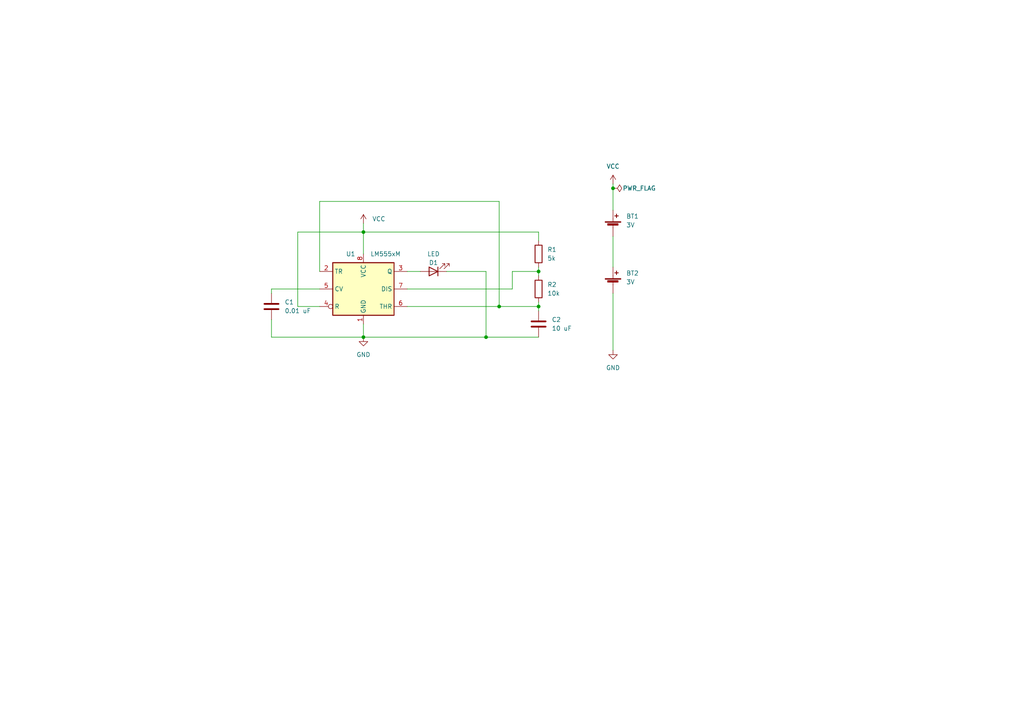
<source format=kicad_sch>
(kicad_sch (version 20211123) (generator eeschema)
  (paper "A4")
  (lib_symbols
    (symbol "Device:Battery_Cell" (pin_numbers hide) (pin_names (offset 0) hide)
      (property "Reference" "BT" (at 2.54 2.54 0))
      (property "Value" "Battery_Cell" (at 2.54 0 0))
      (symbol "Battery_Cell_0_1"
        (rectangle (start -2.286 1.778) (end 2.286 1.524) (fill (type outline)))
        (rectangle (start -1.5748 1.1938) (end 1.4732 0.6858) (fill (type outline)))
        (polyline (pts (xy 0 0.762) (xy 0 0)))
        (polyline (pts (xy 0 1.778) (xy 0 2.54)))
        (polyline (pts (xy 0.508 3.429) (xy 1.524 3.429)) (stroke (width 0.254)))
        (polyline (pts (xy 1.016 3.937) (xy 1.016 2.921)) (stroke (width 0.254)))
      )
      (symbol "Battery_Cell_1_1"
        (pin passive line (at 0 5.08 270) (length 2.54) (name "+") (number "1"))
        (pin passive line (at 0 -2.54 90) (length 2.54) (name "-") (number "2"))
      )
    )
    (symbol "Device:C" (pin_numbers hide) (pin_names (offset 0.254))
      (property "Reference" "C" (at 0.635 2.54 0))
      (property "Value" "C" (at 0.635 -2.54 0))
      (symbol "C_0_1"
        (polyline (pts (xy -2.032 -0.762) (xy 2.032 -0.762)) (stroke (width 0.508)))
        (polyline (pts (xy -2.032 0.762) (xy 2.032 0.762)) (stroke (width 0.508)))
      )
      (symbol "C_1_1"
        (pin passive line (at 0 3.81 270) (length 2.794) (name "~") (number "1"))
        (pin passive line (at 0 -3.81 90) (length 2.794) (name "~") (number "2"))
      )
    )
    (symbol "Device:LED" (pin_numbers hide) (pin_names (offset 1.016) hide)
      (property "Reference" "D" (at 0 2.54 0))
      (property "Value" "LED" (at 0 -2.54 0))
      (symbol "LED_0_1"
        (polyline (pts (xy -1.27 -1.27) (xy -1.27 1.27)) (stroke (width 0.254)))
        (polyline (pts (xy -1.27 0) (xy 1.27 0)))
        (polyline (pts (xy 1.27 -1.27) (xy 1.27 1.27) (xy -1.27 0) (xy 1.27 -1.27)) (stroke (width 0.254)))
        (polyline (pts (xy -3.048 -0.762) (xy -4.572 -2.286) (xy -3.81 -2.286) (xy -4.572 -2.286) (xy -4.572 -1.524)))
        (polyline (pts (xy -1.778 -0.762) (xy -3.302 -2.286) (xy -2.54 -2.286) (xy -3.302 -2.286) (xy -3.302 -1.524)))
      )
      (symbol "LED_1_1"
        (pin passive line (at -3.81 0 0) (length 2.54) (name "K") (number "1"))
        (pin passive line (at 3.81 0 180) (length 2.54) (name "A") (number "2"))
      )
    )
    (symbol "Device:R" (pin_numbers hide) (pin_names (offset 0))
      (property "Reference" "R" (at 2.032 0 90))
      (property "Value" "R" (at 0 0 90))
      (symbol "R_0_1"
        (rectangle (start -1.016 -2.54) (end 1.016 2.54) (stroke (width 0.254)))
      )
      (symbol "R_1_1"
        (pin passive line (at 0 3.81 270) (length 1.27) (name "~") (number "1"))
        (pin passive line (at 0 -3.81 90) (length 1.27) (name "~") (number "2"))
      )
    )
    (symbol "Timer:LM555xM"
      (property "Reference" "U" (at -10.16 8.89 0))
      (property "Value" "LM555xM" (at 2.54 8.89 0))
      (symbol "LM555xM_0_0"
        (pin power_in line (at 0 -10.16 90) (length 2.54) (name "GND") (number "1"))
        (pin power_in line (at 0 10.16 270) (length 2.54) (name "VCC") (number "8"))
      )
      (symbol "LM555xM_0_1"
        (rectangle (start -8.89 -7.62) (end 8.89 7.62) (stroke (width 0.254)) (fill (type background)))
        (rectangle (start -8.89 -7.62) (end 8.89 7.62) (stroke (width 0.254)) (fill (type background)))
      )
      (symbol "LM555xM_1_1"
        (pin input line (at -12.7 5.08 0) (length 3.81) (name "TR") (number "2"))
        (pin output line (at 12.7 5.08 180) (length 3.81) (name "Q") (number "3"))
        (pin input inverted (at -12.7 -5.08 0) (length 3.81) (name "R") (number "4"))
        (pin input line (at -12.7 0 0) (length 3.81) (name "CV") (number "5"))
        (pin input line (at 12.7 -5.08 180) (length 3.81) (name "THR") (number "6"))
        (pin input line (at 12.7 0 180) (length 3.81) (name "DIS") (number "7"))
      )
    )
    (symbol "power:GND" (power) (pin_names (offset 0))
      (property "Value" "GND" (at 0 -3.81 0))
      (symbol "GND_0_1"
        (polyline (pts (xy 0 0) (xy 0 -1.27) (xy 1.27 -1.27) (xy 0 -2.54) (xy -1.27 -1.27) (xy 0 -1.27)))
      )
      (symbol "GND_1_1"
        (pin power_in line (at 0 0 270) (length 0) hide (name "GND") (number "1"))
      )
    )
    (symbol "power:PWR_FLAG" (power) (pin_numbers hide) (pin_names (offset 0) hide)
      (property "Value" "PWR_FLAG" (at 0 3.81 0))
      (symbol "PWR_FLAG_0_0"
        (pin power_out line (at 0 0 90) (length 0) (name "pwr") (number "1"))
      )
      (symbol "PWR_FLAG_0_1"
        (polyline (pts (xy 0 0) (xy 0 1.27) (xy -1.016 1.905) (xy 0 2.54) (xy 1.016 1.905) (xy 0 1.27)))
      )
    )
    (symbol "power:VCC" (power) (pin_names (offset 0))
      (property "Value" "VCC" (at 0 3.81 0))
      (symbol "VCC_0_1"
        (polyline (pts (xy -0.762 1.27) (xy 0 2.54)))
        (polyline (pts (xy 0 0) (xy 0 2.54)))
        (polyline (pts (xy 0 2.54) (xy 0.762 1.27)))
      )
      (symbol "VCC_1_1"
        (pin power_in line (at 0 0 90) (length 0) hide (name "VCC") (number "1"))
      )
    )
  )
  (junction (at 105.41 67.31))
  (junction (at 177.8 54.61))
  (junction (at 140.97 97.79))
  (junction (at 144.78 88.9))
  (junction (at 156.21 88.9))
  (junction (at 105.41 97.79))
  (junction (at 156.21 78.74))
  (wire (pts (xy 105.41 97.79) (xy 105.41 93.98)))
  (wire (pts (xy 144.78 58.42) (xy 92.71 58.42)))
  (wire (pts (xy 156.21 90.17) (xy 156.21 88.9)))
  (wire (pts (xy 148.59 78.74) (xy 156.21 78.74)))
  (wire (pts (xy 118.11 78.74) (xy 121.92 78.74)))
  (wire (pts (xy 105.41 67.31) (xy 105.41 64.77)))
  (wire (pts (xy 92.71 58.42) (xy 92.71 78.74)))
  (wire (pts (xy 105.41 67.31) (xy 105.41 73.66)))
  (wire (pts (xy 78.74 97.79) (xy 105.41 97.79)))
  (wire (pts (xy 105.41 97.79) (xy 140.97 97.79)))
  (wire (pts (xy 156.21 69.85) (xy 156.21 67.31)))
  (wire (pts (xy 148.59 83.82) (xy 148.59 78.74)))
  (wire (pts (xy 156.21 78.74) (xy 156.21 77.47)))
  (wire (pts (xy 118.11 88.9) (xy 144.78 88.9)))
  (wire (pts (xy 78.74 83.82) (xy 78.74 85.09)))
  (wire (pts (xy 86.36 67.31) (xy 105.41 67.31)))
  (wire (pts (xy 92.71 83.82) (xy 78.74 83.82)))
  (wire (pts (xy 140.97 97.79) (xy 156.21 97.79)))
  (wire (pts (xy 118.11 83.82) (xy 148.59 83.82)))
  (wire (pts (xy 177.8 68.58) (xy 177.8 77.47)))
  (wire (pts (xy 156.21 67.31) (xy 105.41 67.31)))
  (wire (pts (xy 78.74 92.71) (xy 78.74 97.79)))
  (wire (pts (xy 92.71 88.9) (xy 86.36 88.9)))
  (wire (pts (xy 144.78 88.9) (xy 156.21 88.9)))
  (wire (pts (xy 129.54 78.74) (xy 140.97 78.74)))
  (wire (pts (xy 144.78 88.9) (xy 144.78 58.42)))
  (wire (pts (xy 86.36 88.9) (xy 86.36 67.31)))
  (wire (pts (xy 140.97 78.74) (xy 140.97 97.79)))
  (wire (pts (xy 177.8 53.34) (xy 177.8 54.61)))
  (wire (pts (xy 177.8 54.61) (xy 177.8 60.96)))
  (wire (pts (xy 156.21 80.01) (xy 156.21 78.74)))
  (wire (pts (xy 156.21 88.9) (xy 156.21 87.63)))
  (wire (pts (xy 177.8 85.09) (xy 177.8 101.6)))
  (symbol (lib_id "Device:R") (at 156.21 83.82 0) (unit 1)
    (property "Reference" "R2" (at 158.75 82.5499 0) (effects (justify left)))
    (property "Value" "10k" (at 158.75 85.0899 0) (effects (justify left)))
    (property "Footprint" "Resistor_SMD:R_0805_2012Metric" (effects hide))
  )
  (symbol (lib_id "power:VCC") (at 177.8 53.34 0) (unit 1)
    (property "Reference" "#PWR03" (effects hide))
    (property "Value" "VCC" (at 177.8 48.26 0))
  )
  (symbol (lib_id "Device:C") (at 78.74 88.9 0) (unit 1)
    (property "Reference" "C1" (at 82.55 87.6299 0) (effects (justify left)))
    (property "Value" "0.01 uF" (at 82.55 90.1699 0) (effects (justify left)))
    (property "Footprint" "Capacitor_SMD:C_0805_2012Metric" (effects hide))
  )
  (symbol (lib_id "Device:R") (at 156.21 73.66 0) (unit 1)
    (property "Reference" "R1" (at 158.75 72.3899 0) (effects (justify left)))
    (property "Value" "5k" (at 158.75 74.9299 0) (effects (justify left)))
    (property "Footprint" "Resistor_SMD:R_0805_2012Metric" (effects hide))
  )
  (symbol (lib_id "Device:C") (at 156.21 93.98 0) (unit 1)
    (property "Reference" "C2" (at 160.02 92.7099 0) (effects (justify left)))
    (property "Value" "10 uF" (at 160.02 95.2499 0) (effects (justify left)))
    (property "Footprint" "Capacitor_SMD:C_0805_2012Metric" (effects hide))
  )
  (symbol (lib_id "Device:LED") (at 125.73 78.74 180) (unit 1)
    (property "Reference" "D1" (at 125.73 76.2 0))
    (property "Value" "LED" (at 125.73 73.66 0))
    (property "Footprint" "LED_SMD:LED_0805_2012Metric" (effects hide))
  )
  (symbol (lib_id "Device:Battery_Cell") (at 177.8 66.04 0) (unit 1)
    (property "Reference" "BT1" (at 181.61 62.7379 0) (effects (justify left)))
    (property "Value" "3V" (at 181.61 65.2779 0) (effects (justify left)))
    (property "Footprint" "Battery:BatteryHolder_LINX_BAT-HLD-012-SMT" (effects hide))
  )
  (symbol (lib_id "Device:Battery_Cell") (at 177.8 82.55 0) (unit 1)
    (property "Reference" "BT2" (at 181.61 79.2479 0) (effects (justify left)))
    (property "Value" "3V" (at 181.61 81.7879 0) (effects (justify left)))
    (property "Footprint" "Battery:BatteryHolder_LINX_BAT-HLD-012-SMT" (effects hide))
  )
  (symbol (lib_id "Timer:LM555xM") (at 105.41 83.82 0) (unit 1)
    (property "Reference" "U1" (at 100.33 73.66 0) (effects (justify left)))
    (property "Value" "LM555xM" (at 107.4294 73.66 0) (effects (justify left)))
    (property "Footprint" "Package_SO:SOIC-8_3.9x4.9mm_P1.27mm" (effects hide))
    (property "Datasheet" "http://www.ti.com/lit/ds/symlink/lm555.pdf" (effects hide))
  )
  (symbol (lib_id "power:GND") (at 105.41 97.79 0) (unit 1)
    (property "Reference" "#PWR0101" (effects hide))
    (property "Value" "GND" (at 105.41 102.87 0))
  )
  (symbol (lib_id "power:PWR_FLAG") (at 177.8 54.61 270) (unit 1)
    (property "Reference" "#FLG02" (effects hide))
    (property "Value" "PWR_FLAG" (at 185.42 54.61 90))
  )
  (symbol (lib_id "power:GND") (at 177.8 101.6 0) (unit 1)
    (property "Reference" "#PWR04" (effects hide))
    (property "Value" "GND" (at 177.8 106.68 0))
  )
  (symbol (lib_id "power:VCC") (at 105.41 64.77 0) (unit 1)
    (property "Reference" "#PWR01" (effects hide))
    (property "Value" "VCC" (at 107.95 63.4999 0) (effects (justify left)))
  )
)
</source>
